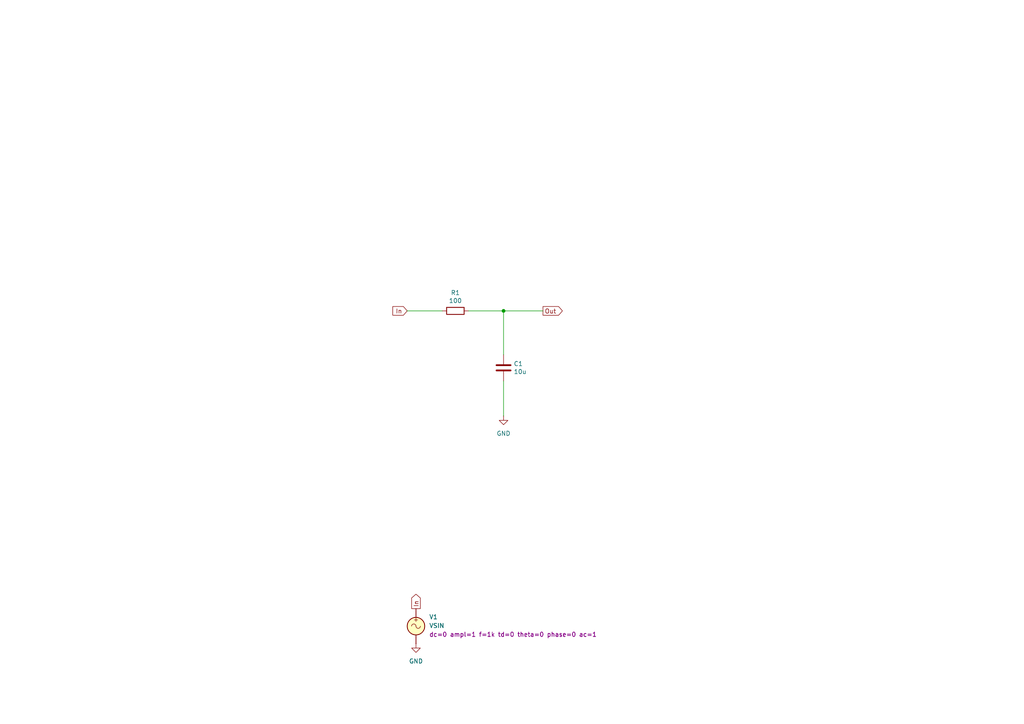
<source format=kicad_sch>
(kicad_sch (version 20250114) (generator "eeschema") (generator_version "9.0")
  (paper "A4")
  (title_block (title "Simulation, AC sweep") (date "2025-09-13") (company "GitHub/OJStuff"))
  (lib_symbols
    (symbol "Device:C" (pin_numbers (hide yes)) (pin_names (offset 0.254))
      (property "Reference" "C" (at 0.635 2.54 0))
      (property "Value" "C" (at 0.635 -2.54 0))
      (symbol "C_0_1"
        (polyline (pts (xy -2.032 0.762) (xy 2.032 0.762)) (stroke (width 0.508)))
        (polyline (pts (xy -2.032 -0.762) (xy 2.032 -0.762)) (stroke (width 0.508)))
      )
      (symbol "C_1_1"
        (pin passive line (at 0 3.81 270) (length 2.794) (name "~") (number "1"))
        (pin passive line (at 0 -3.81 90) (length 2.794) (name "~") (number "2"))
      )
    )
    (symbol "Device:R" (pin_numbers (hide yes)) (pin_names (offset 0))
      (property "Reference" "R" (at 2.032 0 90))
      (property "Value" "R" (at 0 0 90))
      (symbol "R_0_1"
        (rectangle (start -1.016 -2.54) (end 1.016 2.54) (stroke (width 0.254)))
      )
      (symbol "R_1_1"
        (pin passive line (at 0 3.81 270) (length 1.27) (name "~") (number "1"))
        (pin passive line (at 0 -3.81 90) (length 1.27) (name "~") (number "2"))
      )
    )
    (symbol "GND_1" (power) (pin_numbers (hide yes)) (pin_names (offset 0) (hide yes))
      (property "Value" "GND" (at 0 -3.81 0))
      (symbol "GND_1_0_1"
        (polyline (pts (xy 0 0) (xy 0 -1.27) (xy 1.27 -1.27) (xy 0 -2.54) (xy -1.27 -1.27) (xy 0 -1.27)))
      )
      (symbol "GND_1_1_1"
        (pin power_in line (at 0 0 270) (length 0) (name "~") (number "1"))
      )
    )
    (symbol "VSIN_1" (pin_numbers (hide yes)) (pin_names (offset 0.0254))
      (property "Reference" "V" (at 2.54 2.54 0))
      (property "Value" "VSIN" (at 2.54 0 0))
      (property "Sim.Params" "dc=0 ampl=1 f=1k ac=1" (at 2.54 -2.54 0))
      (symbol "VSIN_1_0_0"
        (arc (start -1.27 0) (mid -0.635 0.6323) (end 0 0))
        (arc (start 1.27 0) (mid 0.635 -0.6323) (end 0 0))
        (text "+" (at 0 1.905 0) (effects (font (size 1.27 1.27))))
      )
      (symbol "VSIN_1_0_1"
        (circle (center 0 0) (radius 2.54) (stroke (width 0.254)) (fill (type background)))
      )
      (symbol "VSIN_1_1_1"
        (pin passive line (at 0 5.08 270) (length 2.54) (name "~") (number "1"))
        (pin passive line (at 0 -5.08 90) (length 2.54) (name "~") (number "2"))
      )
    )
  )
  (junction (at 146.05 90.17))
  (wire (pts (xy 146.05 90.17) (xy 146.05 102.87)))
  (wire (pts (xy 135.89 90.17) (xy 146.05 90.17)))
  (wire (pts (xy 118.11 90.17) (xy 128.27 90.17)))
  (wire (pts (xy 146.05 110.49) (xy 146.05 120.65)))
  (wire (pts (xy 146.05 90.17) (xy 157.48 90.17)))
  (global_label "In" (shape input) (at 118.11 90.17 180) (property "Intersheetrefs" "${INTERSHEET_REFS}" (effects (hide yes))))
  (global_label "In" (shape output) (at 120.65 176.53 90) (property "Intersheetrefs" "${INTERSHEET_REFS}" (effects (hide yes))))
  (global_label "Out" (shape output) (at 157.48 90.17 0) (property "Intersheetrefs" "${INTERSHEET_REFS}" (effects (hide yes))))
  (symbol (lib_id "Device:R") (at 132.08 90.17 270) (unit 1)
    (property "Reference" "R1" (at 132.08 84.9122 90))
    (property "Value" "100" (at 132.08 87.2236 90))
  )
  (symbol (lib_name "VSIN_1") (lib_id "Simulation_SPICE:VSIN") (at 120.65 181.61 0) (unit 1)
    (property "Reference" "V1" (at 124.46 178.9401 0) (effects (justify left)))
    (property "Value" "VSIN" (at 124.46 181.4801 0) (effects (justify left)))
    (property "Datasheet" "https://ngspice.sourceforge.io/docs/ngspice-html-manual/manual.xhtml#sec_Independent_Sources_for" (effects (hide yes)))
    (property "Description" "Voltage source, sinusoidal" (effects (hide yes)))
    (property "Sim.Pins" "1=+ 2=-" (effects (hide yes)))
    (property "Sim.Params" "dc=0 ampl=1 f=1k td=0 theta=0 phase=0 ac=1" (at 124.46 184.0201 0) (effects (justify left)))
    (property "Sim.Type" "SIN" (effects (hide yes)))
    (property "Sim.Device" "V" (effects (hide yes)))
  )
  (symbol (lib_name "GND_1") (lib_id "power:GND") (at 146.05 120.65 0) (unit 1)
    (property "Reference" "#PWR01" (effects (hide yes)))
    (property "Value" "GND" (at 146.05 125.73 0))
    (property "Description" "Power symbol creates a global label with name \"GND\" , ground" (effects (hide yes)))
  )
  (symbol (lib_id "Device:C") (at 146.05 106.68 0) (unit 1)
    (property "Reference" "C1" (at 148.971 105.5116 0) (effects (justify left)))
    (property "Value" "10u" (at 148.971 107.823 0) (effects (justify left)))
  )
  (symbol (lib_name "GND_1") (lib_id "power:GND") (at 120.65 186.69 0) (unit 1)
    (property "Reference" "#PWR02" (effects (hide yes)))
    (property "Value" "GND" (at 120.65 191.77 0))
    (property "Description" "Power symbol creates a global label with name \"GND\" , ground" (effects (hide yes)))
  )
)
</source>
